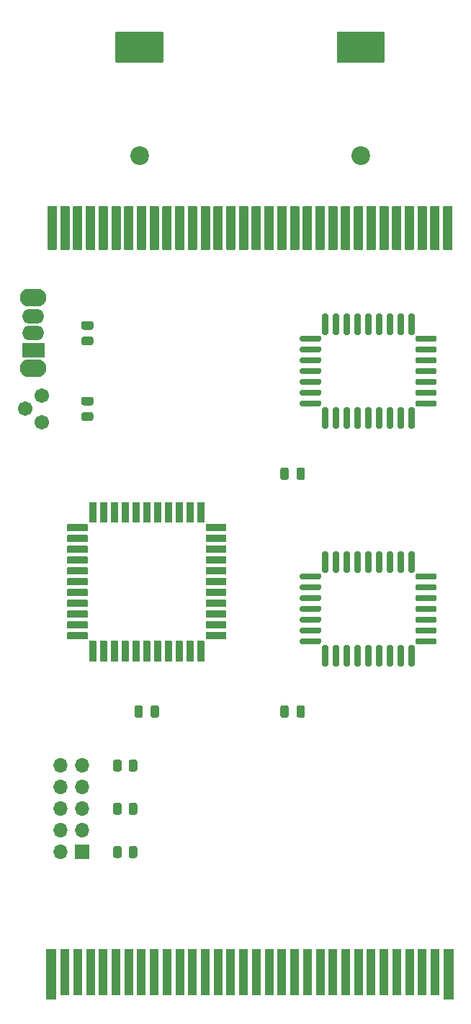
<source format=gts>
%TF.GenerationSoftware,KiCad,Pcbnew,(5.1.10-1-10_14)*%
%TF.CreationDate,2023-03-15T03:50:06+08:00*%
%TF.ProjectId,GB_MemoryBackup_Mainboard,47425f4d-656d-46f7-9279-4261636b7570,1.0*%
%TF.SameCoordinates,Original*%
%TF.FileFunction,Soldermask,Top*%
%TF.FilePolarity,Negative*%
%FSLAX46Y46*%
G04 Gerber Fmt 4.6, Leading zero omitted, Abs format (unit mm)*
G04 Created by KiCad (PCBNEW (5.1.10-1-10_14)) date 2023-03-15 03:50:06*
%MOMM*%
%LPD*%
G01*
G04 APERTURE LIST*
%ADD10C,1.702000*%
%ADD11R,1.300000X6.000000*%
%ADD12R,1.000000X5.500000*%
%ADD13O,3.102000X2.102000*%
%ADD14O,2.602000X1.702000*%
%ADD15R,1.700000X1.700000*%
%ADD16O,1.700000X1.700000*%
%ADD17C,2.200000*%
G04 APERTURE END LIST*
D10*
%TO.C,SW2*%
X63160000Y-85090000D03*
X65110000Y-83541000D03*
X65110000Y-86639000D03*
%TD*%
D11*
%TO.C,J1*%
X113000000Y-151500000D03*
D12*
X111350000Y-151250000D03*
X109850000Y-151250000D03*
X108350000Y-151250000D03*
X106850000Y-151250000D03*
X105350000Y-151250000D03*
X103850000Y-151250000D03*
X102350000Y-151250000D03*
X100850000Y-151250000D03*
X99350000Y-151250000D03*
X97850000Y-151250000D03*
X96350000Y-151250000D03*
X94850000Y-151250000D03*
X93350000Y-151250000D03*
X91850000Y-151250000D03*
X90350000Y-151250000D03*
X88850000Y-151250000D03*
X87350000Y-151250000D03*
X85850000Y-151250000D03*
X84350000Y-151250000D03*
X82850000Y-151250000D03*
X81350000Y-151250000D03*
X79850000Y-151250000D03*
X78350000Y-151250000D03*
X76850000Y-151250000D03*
X75350000Y-151250000D03*
X73850000Y-151250000D03*
X72350000Y-151250000D03*
X70850000Y-151250000D03*
X69350000Y-151250000D03*
X67850000Y-151250000D03*
D11*
X66200000Y-151500000D03*
%TD*%
%TO.C,U2*%
G36*
G01*
X97782500Y-79736000D02*
X95641500Y-79736000D01*
G75*
G02*
X95461000Y-79555500I0J180500D01*
G01*
X95461000Y-79194500D01*
G75*
G02*
X95641500Y-79014000I180500J0D01*
G01*
X97782500Y-79014000D01*
G75*
G02*
X97963000Y-79194500I0J-180500D01*
G01*
X97963000Y-79555500D01*
G75*
G02*
X97782500Y-79736000I-180500J0D01*
G01*
G37*
G36*
G01*
X97782500Y-78466000D02*
X95641500Y-78466000D01*
G75*
G02*
X95461000Y-78285500I0J180500D01*
G01*
X95461000Y-77924500D01*
G75*
G02*
X95641500Y-77744000I180500J0D01*
G01*
X97782500Y-77744000D01*
G75*
G02*
X97963000Y-77924500I0J-180500D01*
G01*
X97963000Y-78285500D01*
G75*
G02*
X97782500Y-78466000I-180500J0D01*
G01*
G37*
G36*
G01*
X97782500Y-77196000D02*
X95641500Y-77196000D01*
G75*
G02*
X95461000Y-77015500I0J180500D01*
G01*
X95461000Y-76654500D01*
G75*
G02*
X95641500Y-76474000I180500J0D01*
G01*
X97782500Y-76474000D01*
G75*
G02*
X97963000Y-76654500I0J-180500D01*
G01*
X97963000Y-77015500D01*
G75*
G02*
X97782500Y-77196000I-180500J0D01*
G01*
G37*
G36*
G01*
X98605500Y-76393000D02*
X98244500Y-76393000D01*
G75*
G02*
X98064000Y-76212500I0J180500D01*
G01*
X98064000Y-74071500D01*
G75*
G02*
X98244500Y-73891000I180500J0D01*
G01*
X98605500Y-73891000D01*
G75*
G02*
X98786000Y-74071500I0J-180500D01*
G01*
X98786000Y-76212500D01*
G75*
G02*
X98605500Y-76393000I-180500J0D01*
G01*
G37*
G36*
G01*
X99875500Y-76393000D02*
X99514500Y-76393000D01*
G75*
G02*
X99334000Y-76212500I0J180500D01*
G01*
X99334000Y-74071500D01*
G75*
G02*
X99514500Y-73891000I180500J0D01*
G01*
X99875500Y-73891000D01*
G75*
G02*
X100056000Y-74071500I0J-180500D01*
G01*
X100056000Y-76212500D01*
G75*
G02*
X99875500Y-76393000I-180500J0D01*
G01*
G37*
G36*
G01*
X101145500Y-76393000D02*
X100784500Y-76393000D01*
G75*
G02*
X100604000Y-76212500I0J180500D01*
G01*
X100604000Y-74071500D01*
G75*
G02*
X100784500Y-73891000I180500J0D01*
G01*
X101145500Y-73891000D01*
G75*
G02*
X101326000Y-74071500I0J-180500D01*
G01*
X101326000Y-76212500D01*
G75*
G02*
X101145500Y-76393000I-180500J0D01*
G01*
G37*
G36*
G01*
X102415500Y-76393000D02*
X102054500Y-76393000D01*
G75*
G02*
X101874000Y-76212500I0J180500D01*
G01*
X101874000Y-74071500D01*
G75*
G02*
X102054500Y-73891000I180500J0D01*
G01*
X102415500Y-73891000D01*
G75*
G02*
X102596000Y-74071500I0J-180500D01*
G01*
X102596000Y-76212500D01*
G75*
G02*
X102415500Y-76393000I-180500J0D01*
G01*
G37*
G36*
G01*
X103685500Y-76393000D02*
X103324500Y-76393000D01*
G75*
G02*
X103144000Y-76212500I0J180500D01*
G01*
X103144000Y-74071500D01*
G75*
G02*
X103324500Y-73891000I180500J0D01*
G01*
X103685500Y-73891000D01*
G75*
G02*
X103866000Y-74071500I0J-180500D01*
G01*
X103866000Y-76212500D01*
G75*
G02*
X103685500Y-76393000I-180500J0D01*
G01*
G37*
G36*
G01*
X104955500Y-76393000D02*
X104594500Y-76393000D01*
G75*
G02*
X104414000Y-76212500I0J180500D01*
G01*
X104414000Y-74071500D01*
G75*
G02*
X104594500Y-73891000I180500J0D01*
G01*
X104955500Y-73891000D01*
G75*
G02*
X105136000Y-74071500I0J-180500D01*
G01*
X105136000Y-76212500D01*
G75*
G02*
X104955500Y-76393000I-180500J0D01*
G01*
G37*
G36*
G01*
X106225500Y-76393000D02*
X105864500Y-76393000D01*
G75*
G02*
X105684000Y-76212500I0J180500D01*
G01*
X105684000Y-74071500D01*
G75*
G02*
X105864500Y-73891000I180500J0D01*
G01*
X106225500Y-73891000D01*
G75*
G02*
X106406000Y-74071500I0J-180500D01*
G01*
X106406000Y-76212500D01*
G75*
G02*
X106225500Y-76393000I-180500J0D01*
G01*
G37*
G36*
G01*
X107495500Y-76393000D02*
X107134500Y-76393000D01*
G75*
G02*
X106954000Y-76212500I0J180500D01*
G01*
X106954000Y-74071500D01*
G75*
G02*
X107134500Y-73891000I180500J0D01*
G01*
X107495500Y-73891000D01*
G75*
G02*
X107676000Y-74071500I0J-180500D01*
G01*
X107676000Y-76212500D01*
G75*
G02*
X107495500Y-76393000I-180500J0D01*
G01*
G37*
G36*
G01*
X108765500Y-76393000D02*
X108404500Y-76393000D01*
G75*
G02*
X108224000Y-76212500I0J180500D01*
G01*
X108224000Y-74071500D01*
G75*
G02*
X108404500Y-73891000I180500J0D01*
G01*
X108765500Y-73891000D01*
G75*
G02*
X108946000Y-74071500I0J-180500D01*
G01*
X108946000Y-76212500D01*
G75*
G02*
X108765500Y-76393000I-180500J0D01*
G01*
G37*
G36*
G01*
X111368500Y-77196000D02*
X109227500Y-77196000D01*
G75*
G02*
X109047000Y-77015500I0J180500D01*
G01*
X109047000Y-76654500D01*
G75*
G02*
X109227500Y-76474000I180500J0D01*
G01*
X111368500Y-76474000D01*
G75*
G02*
X111549000Y-76654500I0J-180500D01*
G01*
X111549000Y-77015500D01*
G75*
G02*
X111368500Y-77196000I-180500J0D01*
G01*
G37*
G36*
G01*
X111368500Y-78466000D02*
X109227500Y-78466000D01*
G75*
G02*
X109047000Y-78285500I0J180500D01*
G01*
X109047000Y-77924500D01*
G75*
G02*
X109227500Y-77744000I180500J0D01*
G01*
X111368500Y-77744000D01*
G75*
G02*
X111549000Y-77924500I0J-180500D01*
G01*
X111549000Y-78285500D01*
G75*
G02*
X111368500Y-78466000I-180500J0D01*
G01*
G37*
G36*
G01*
X111368500Y-79736000D02*
X109227500Y-79736000D01*
G75*
G02*
X109047000Y-79555500I0J180500D01*
G01*
X109047000Y-79194500D01*
G75*
G02*
X109227500Y-79014000I180500J0D01*
G01*
X111368500Y-79014000D01*
G75*
G02*
X111549000Y-79194500I0J-180500D01*
G01*
X111549000Y-79555500D01*
G75*
G02*
X111368500Y-79736000I-180500J0D01*
G01*
G37*
G36*
G01*
X111368500Y-81006000D02*
X109227500Y-81006000D01*
G75*
G02*
X109047000Y-80825500I0J180500D01*
G01*
X109047000Y-80464500D01*
G75*
G02*
X109227500Y-80284000I180500J0D01*
G01*
X111368500Y-80284000D01*
G75*
G02*
X111549000Y-80464500I0J-180500D01*
G01*
X111549000Y-80825500D01*
G75*
G02*
X111368500Y-81006000I-180500J0D01*
G01*
G37*
G36*
G01*
X111368500Y-82276000D02*
X109227500Y-82276000D01*
G75*
G02*
X109047000Y-82095500I0J180500D01*
G01*
X109047000Y-81734500D01*
G75*
G02*
X109227500Y-81554000I180500J0D01*
G01*
X111368500Y-81554000D01*
G75*
G02*
X111549000Y-81734500I0J-180500D01*
G01*
X111549000Y-82095500D01*
G75*
G02*
X111368500Y-82276000I-180500J0D01*
G01*
G37*
G36*
G01*
X111368500Y-83546000D02*
X109227500Y-83546000D01*
G75*
G02*
X109047000Y-83365500I0J180500D01*
G01*
X109047000Y-83004500D01*
G75*
G02*
X109227500Y-82824000I180500J0D01*
G01*
X111368500Y-82824000D01*
G75*
G02*
X111549000Y-83004500I0J-180500D01*
G01*
X111549000Y-83365500D01*
G75*
G02*
X111368500Y-83546000I-180500J0D01*
G01*
G37*
G36*
G01*
X111368500Y-84816000D02*
X109227500Y-84816000D01*
G75*
G02*
X109047000Y-84635500I0J180500D01*
G01*
X109047000Y-84274500D01*
G75*
G02*
X109227500Y-84094000I180500J0D01*
G01*
X111368500Y-84094000D01*
G75*
G02*
X111549000Y-84274500I0J-180500D01*
G01*
X111549000Y-84635500D01*
G75*
G02*
X111368500Y-84816000I-180500J0D01*
G01*
G37*
G36*
G01*
X108765500Y-87399000D02*
X108404500Y-87399000D01*
G75*
G02*
X108224000Y-87218500I0J180500D01*
G01*
X108224000Y-85077500D01*
G75*
G02*
X108404500Y-84897000I180500J0D01*
G01*
X108765500Y-84897000D01*
G75*
G02*
X108946000Y-85077500I0J-180500D01*
G01*
X108946000Y-87218500D01*
G75*
G02*
X108765500Y-87399000I-180500J0D01*
G01*
G37*
G36*
G01*
X107495500Y-87399000D02*
X107134500Y-87399000D01*
G75*
G02*
X106954000Y-87218500I0J180500D01*
G01*
X106954000Y-85077500D01*
G75*
G02*
X107134500Y-84897000I180500J0D01*
G01*
X107495500Y-84897000D01*
G75*
G02*
X107676000Y-85077500I0J-180500D01*
G01*
X107676000Y-87218500D01*
G75*
G02*
X107495500Y-87399000I-180500J0D01*
G01*
G37*
G36*
G01*
X106225500Y-87399000D02*
X105864500Y-87399000D01*
G75*
G02*
X105684000Y-87218500I0J180500D01*
G01*
X105684000Y-85077500D01*
G75*
G02*
X105864500Y-84897000I180500J0D01*
G01*
X106225500Y-84897000D01*
G75*
G02*
X106406000Y-85077500I0J-180500D01*
G01*
X106406000Y-87218500D01*
G75*
G02*
X106225500Y-87399000I-180500J0D01*
G01*
G37*
G36*
G01*
X104955500Y-87399000D02*
X104594500Y-87399000D01*
G75*
G02*
X104414000Y-87218500I0J180500D01*
G01*
X104414000Y-85077500D01*
G75*
G02*
X104594500Y-84897000I180500J0D01*
G01*
X104955500Y-84897000D01*
G75*
G02*
X105136000Y-85077500I0J-180500D01*
G01*
X105136000Y-87218500D01*
G75*
G02*
X104955500Y-87399000I-180500J0D01*
G01*
G37*
G36*
G01*
X103685500Y-87399000D02*
X103324500Y-87399000D01*
G75*
G02*
X103144000Y-87218500I0J180500D01*
G01*
X103144000Y-85077500D01*
G75*
G02*
X103324500Y-84897000I180500J0D01*
G01*
X103685500Y-84897000D01*
G75*
G02*
X103866000Y-85077500I0J-180500D01*
G01*
X103866000Y-87218500D01*
G75*
G02*
X103685500Y-87399000I-180500J0D01*
G01*
G37*
G36*
G01*
X102415500Y-87399000D02*
X102054500Y-87399000D01*
G75*
G02*
X101874000Y-87218500I0J180500D01*
G01*
X101874000Y-85077500D01*
G75*
G02*
X102054500Y-84897000I180500J0D01*
G01*
X102415500Y-84897000D01*
G75*
G02*
X102596000Y-85077500I0J-180500D01*
G01*
X102596000Y-87218500D01*
G75*
G02*
X102415500Y-87399000I-180500J0D01*
G01*
G37*
G36*
G01*
X101145500Y-87399000D02*
X100784500Y-87399000D01*
G75*
G02*
X100604000Y-87218500I0J180500D01*
G01*
X100604000Y-85077500D01*
G75*
G02*
X100784500Y-84897000I180500J0D01*
G01*
X101145500Y-84897000D01*
G75*
G02*
X101326000Y-85077500I0J-180500D01*
G01*
X101326000Y-87218500D01*
G75*
G02*
X101145500Y-87399000I-180500J0D01*
G01*
G37*
G36*
G01*
X99875500Y-87399000D02*
X99514500Y-87399000D01*
G75*
G02*
X99334000Y-87218500I0J180500D01*
G01*
X99334000Y-85077500D01*
G75*
G02*
X99514500Y-84897000I180500J0D01*
G01*
X99875500Y-84897000D01*
G75*
G02*
X100056000Y-85077500I0J-180500D01*
G01*
X100056000Y-87218500D01*
G75*
G02*
X99875500Y-87399000I-180500J0D01*
G01*
G37*
G36*
G01*
X98605500Y-87399000D02*
X98244500Y-87399000D01*
G75*
G02*
X98064000Y-87218500I0J180500D01*
G01*
X98064000Y-85077500D01*
G75*
G02*
X98244500Y-84897000I180500J0D01*
G01*
X98605500Y-84897000D01*
G75*
G02*
X98786000Y-85077500I0J-180500D01*
G01*
X98786000Y-87218500D01*
G75*
G02*
X98605500Y-87399000I-180500J0D01*
G01*
G37*
G36*
G01*
X97782500Y-84816000D02*
X95641500Y-84816000D01*
G75*
G02*
X95461000Y-84635500I0J180500D01*
G01*
X95461000Y-84274500D01*
G75*
G02*
X95641500Y-84094000I180500J0D01*
G01*
X97782500Y-84094000D01*
G75*
G02*
X97963000Y-84274500I0J-180500D01*
G01*
X97963000Y-84635500D01*
G75*
G02*
X97782500Y-84816000I-180500J0D01*
G01*
G37*
G36*
G01*
X97782500Y-83546000D02*
X95641500Y-83546000D01*
G75*
G02*
X95461000Y-83365500I0J180500D01*
G01*
X95461000Y-83004500D01*
G75*
G02*
X95641500Y-82824000I180500J0D01*
G01*
X97782500Y-82824000D01*
G75*
G02*
X97963000Y-83004500I0J-180500D01*
G01*
X97963000Y-83365500D01*
G75*
G02*
X97782500Y-83546000I-180500J0D01*
G01*
G37*
G36*
G01*
X97782500Y-82276000D02*
X95641500Y-82276000D01*
G75*
G02*
X95461000Y-82095500I0J180500D01*
G01*
X95461000Y-81734500D01*
G75*
G02*
X95641500Y-81554000I180500J0D01*
G01*
X97782500Y-81554000D01*
G75*
G02*
X97963000Y-81734500I0J-180500D01*
G01*
X97963000Y-82095500D01*
G75*
G02*
X97782500Y-82276000I-180500J0D01*
G01*
G37*
G36*
G01*
X97782500Y-81006000D02*
X95641500Y-81006000D01*
G75*
G02*
X95461000Y-80825500I0J180500D01*
G01*
X95461000Y-80464500D01*
G75*
G02*
X95641500Y-80284000I180500J0D01*
G01*
X97782500Y-80284000D01*
G75*
G02*
X97963000Y-80464500I0J-180500D01*
G01*
X97963000Y-80825500D01*
G75*
G02*
X97782500Y-81006000I-180500J0D01*
G01*
G37*
%TD*%
%TO.C,U1*%
G36*
G01*
X97782500Y-107676000D02*
X95641500Y-107676000D01*
G75*
G02*
X95461000Y-107495500I0J180500D01*
G01*
X95461000Y-107134500D01*
G75*
G02*
X95641500Y-106954000I180500J0D01*
G01*
X97782500Y-106954000D01*
G75*
G02*
X97963000Y-107134500I0J-180500D01*
G01*
X97963000Y-107495500D01*
G75*
G02*
X97782500Y-107676000I-180500J0D01*
G01*
G37*
G36*
G01*
X97782500Y-106406000D02*
X95641500Y-106406000D01*
G75*
G02*
X95461000Y-106225500I0J180500D01*
G01*
X95461000Y-105864500D01*
G75*
G02*
X95641500Y-105684000I180500J0D01*
G01*
X97782500Y-105684000D01*
G75*
G02*
X97963000Y-105864500I0J-180500D01*
G01*
X97963000Y-106225500D01*
G75*
G02*
X97782500Y-106406000I-180500J0D01*
G01*
G37*
G36*
G01*
X97782500Y-105136000D02*
X95641500Y-105136000D01*
G75*
G02*
X95461000Y-104955500I0J180500D01*
G01*
X95461000Y-104594500D01*
G75*
G02*
X95641500Y-104414000I180500J0D01*
G01*
X97782500Y-104414000D01*
G75*
G02*
X97963000Y-104594500I0J-180500D01*
G01*
X97963000Y-104955500D01*
G75*
G02*
X97782500Y-105136000I-180500J0D01*
G01*
G37*
G36*
G01*
X98605500Y-104333000D02*
X98244500Y-104333000D01*
G75*
G02*
X98064000Y-104152500I0J180500D01*
G01*
X98064000Y-102011500D01*
G75*
G02*
X98244500Y-101831000I180500J0D01*
G01*
X98605500Y-101831000D01*
G75*
G02*
X98786000Y-102011500I0J-180500D01*
G01*
X98786000Y-104152500D01*
G75*
G02*
X98605500Y-104333000I-180500J0D01*
G01*
G37*
G36*
G01*
X99875500Y-104333000D02*
X99514500Y-104333000D01*
G75*
G02*
X99334000Y-104152500I0J180500D01*
G01*
X99334000Y-102011500D01*
G75*
G02*
X99514500Y-101831000I180500J0D01*
G01*
X99875500Y-101831000D01*
G75*
G02*
X100056000Y-102011500I0J-180500D01*
G01*
X100056000Y-104152500D01*
G75*
G02*
X99875500Y-104333000I-180500J0D01*
G01*
G37*
G36*
G01*
X101145500Y-104333000D02*
X100784500Y-104333000D01*
G75*
G02*
X100604000Y-104152500I0J180500D01*
G01*
X100604000Y-102011500D01*
G75*
G02*
X100784500Y-101831000I180500J0D01*
G01*
X101145500Y-101831000D01*
G75*
G02*
X101326000Y-102011500I0J-180500D01*
G01*
X101326000Y-104152500D01*
G75*
G02*
X101145500Y-104333000I-180500J0D01*
G01*
G37*
G36*
G01*
X102415500Y-104333000D02*
X102054500Y-104333000D01*
G75*
G02*
X101874000Y-104152500I0J180500D01*
G01*
X101874000Y-102011500D01*
G75*
G02*
X102054500Y-101831000I180500J0D01*
G01*
X102415500Y-101831000D01*
G75*
G02*
X102596000Y-102011500I0J-180500D01*
G01*
X102596000Y-104152500D01*
G75*
G02*
X102415500Y-104333000I-180500J0D01*
G01*
G37*
G36*
G01*
X103685500Y-104333000D02*
X103324500Y-104333000D01*
G75*
G02*
X103144000Y-104152500I0J180500D01*
G01*
X103144000Y-102011500D01*
G75*
G02*
X103324500Y-101831000I180500J0D01*
G01*
X103685500Y-101831000D01*
G75*
G02*
X103866000Y-102011500I0J-180500D01*
G01*
X103866000Y-104152500D01*
G75*
G02*
X103685500Y-104333000I-180500J0D01*
G01*
G37*
G36*
G01*
X104955500Y-104333000D02*
X104594500Y-104333000D01*
G75*
G02*
X104414000Y-104152500I0J180500D01*
G01*
X104414000Y-102011500D01*
G75*
G02*
X104594500Y-101831000I180500J0D01*
G01*
X104955500Y-101831000D01*
G75*
G02*
X105136000Y-102011500I0J-180500D01*
G01*
X105136000Y-104152500D01*
G75*
G02*
X104955500Y-104333000I-180500J0D01*
G01*
G37*
G36*
G01*
X106225500Y-104333000D02*
X105864500Y-104333000D01*
G75*
G02*
X105684000Y-104152500I0J180500D01*
G01*
X105684000Y-102011500D01*
G75*
G02*
X105864500Y-101831000I180500J0D01*
G01*
X106225500Y-101831000D01*
G75*
G02*
X106406000Y-102011500I0J-180500D01*
G01*
X106406000Y-104152500D01*
G75*
G02*
X106225500Y-104333000I-180500J0D01*
G01*
G37*
G36*
G01*
X107495500Y-104333000D02*
X107134500Y-104333000D01*
G75*
G02*
X106954000Y-104152500I0J180500D01*
G01*
X106954000Y-102011500D01*
G75*
G02*
X107134500Y-101831000I180500J0D01*
G01*
X107495500Y-101831000D01*
G75*
G02*
X107676000Y-102011500I0J-180500D01*
G01*
X107676000Y-104152500D01*
G75*
G02*
X107495500Y-104333000I-180500J0D01*
G01*
G37*
G36*
G01*
X108765500Y-104333000D02*
X108404500Y-104333000D01*
G75*
G02*
X108224000Y-104152500I0J180500D01*
G01*
X108224000Y-102011500D01*
G75*
G02*
X108404500Y-101831000I180500J0D01*
G01*
X108765500Y-101831000D01*
G75*
G02*
X108946000Y-102011500I0J-180500D01*
G01*
X108946000Y-104152500D01*
G75*
G02*
X108765500Y-104333000I-180500J0D01*
G01*
G37*
G36*
G01*
X111368500Y-105136000D02*
X109227500Y-105136000D01*
G75*
G02*
X109047000Y-104955500I0J180500D01*
G01*
X109047000Y-104594500D01*
G75*
G02*
X109227500Y-104414000I180500J0D01*
G01*
X111368500Y-104414000D01*
G75*
G02*
X111549000Y-104594500I0J-180500D01*
G01*
X111549000Y-104955500D01*
G75*
G02*
X111368500Y-105136000I-180500J0D01*
G01*
G37*
G36*
G01*
X111368500Y-106406000D02*
X109227500Y-106406000D01*
G75*
G02*
X109047000Y-106225500I0J180500D01*
G01*
X109047000Y-105864500D01*
G75*
G02*
X109227500Y-105684000I180500J0D01*
G01*
X111368500Y-105684000D01*
G75*
G02*
X111549000Y-105864500I0J-180500D01*
G01*
X111549000Y-106225500D01*
G75*
G02*
X111368500Y-106406000I-180500J0D01*
G01*
G37*
G36*
G01*
X111368500Y-107676000D02*
X109227500Y-107676000D01*
G75*
G02*
X109047000Y-107495500I0J180500D01*
G01*
X109047000Y-107134500D01*
G75*
G02*
X109227500Y-106954000I180500J0D01*
G01*
X111368500Y-106954000D01*
G75*
G02*
X111549000Y-107134500I0J-180500D01*
G01*
X111549000Y-107495500D01*
G75*
G02*
X111368500Y-107676000I-180500J0D01*
G01*
G37*
G36*
G01*
X111368500Y-108946000D02*
X109227500Y-108946000D01*
G75*
G02*
X109047000Y-108765500I0J180500D01*
G01*
X109047000Y-108404500D01*
G75*
G02*
X109227500Y-108224000I180500J0D01*
G01*
X111368500Y-108224000D01*
G75*
G02*
X111549000Y-108404500I0J-180500D01*
G01*
X111549000Y-108765500D01*
G75*
G02*
X111368500Y-108946000I-180500J0D01*
G01*
G37*
G36*
G01*
X111368500Y-110216000D02*
X109227500Y-110216000D01*
G75*
G02*
X109047000Y-110035500I0J180500D01*
G01*
X109047000Y-109674500D01*
G75*
G02*
X109227500Y-109494000I180500J0D01*
G01*
X111368500Y-109494000D01*
G75*
G02*
X111549000Y-109674500I0J-180500D01*
G01*
X111549000Y-110035500D01*
G75*
G02*
X111368500Y-110216000I-180500J0D01*
G01*
G37*
G36*
G01*
X111368500Y-111486000D02*
X109227500Y-111486000D01*
G75*
G02*
X109047000Y-111305500I0J180500D01*
G01*
X109047000Y-110944500D01*
G75*
G02*
X109227500Y-110764000I180500J0D01*
G01*
X111368500Y-110764000D01*
G75*
G02*
X111549000Y-110944500I0J-180500D01*
G01*
X111549000Y-111305500D01*
G75*
G02*
X111368500Y-111486000I-180500J0D01*
G01*
G37*
G36*
G01*
X111368500Y-112756000D02*
X109227500Y-112756000D01*
G75*
G02*
X109047000Y-112575500I0J180500D01*
G01*
X109047000Y-112214500D01*
G75*
G02*
X109227500Y-112034000I180500J0D01*
G01*
X111368500Y-112034000D01*
G75*
G02*
X111549000Y-112214500I0J-180500D01*
G01*
X111549000Y-112575500D01*
G75*
G02*
X111368500Y-112756000I-180500J0D01*
G01*
G37*
G36*
G01*
X108765500Y-115339000D02*
X108404500Y-115339000D01*
G75*
G02*
X108224000Y-115158500I0J180500D01*
G01*
X108224000Y-113017500D01*
G75*
G02*
X108404500Y-112837000I180500J0D01*
G01*
X108765500Y-112837000D01*
G75*
G02*
X108946000Y-113017500I0J-180500D01*
G01*
X108946000Y-115158500D01*
G75*
G02*
X108765500Y-115339000I-180500J0D01*
G01*
G37*
G36*
G01*
X107495500Y-115339000D02*
X107134500Y-115339000D01*
G75*
G02*
X106954000Y-115158500I0J180500D01*
G01*
X106954000Y-113017500D01*
G75*
G02*
X107134500Y-112837000I180500J0D01*
G01*
X107495500Y-112837000D01*
G75*
G02*
X107676000Y-113017500I0J-180500D01*
G01*
X107676000Y-115158500D01*
G75*
G02*
X107495500Y-115339000I-180500J0D01*
G01*
G37*
G36*
G01*
X106225500Y-115339000D02*
X105864500Y-115339000D01*
G75*
G02*
X105684000Y-115158500I0J180500D01*
G01*
X105684000Y-113017500D01*
G75*
G02*
X105864500Y-112837000I180500J0D01*
G01*
X106225500Y-112837000D01*
G75*
G02*
X106406000Y-113017500I0J-180500D01*
G01*
X106406000Y-115158500D01*
G75*
G02*
X106225500Y-115339000I-180500J0D01*
G01*
G37*
G36*
G01*
X104955500Y-115339000D02*
X104594500Y-115339000D01*
G75*
G02*
X104414000Y-115158500I0J180500D01*
G01*
X104414000Y-113017500D01*
G75*
G02*
X104594500Y-112837000I180500J0D01*
G01*
X104955500Y-112837000D01*
G75*
G02*
X105136000Y-113017500I0J-180500D01*
G01*
X105136000Y-115158500D01*
G75*
G02*
X104955500Y-115339000I-180500J0D01*
G01*
G37*
G36*
G01*
X103685500Y-115339000D02*
X103324500Y-115339000D01*
G75*
G02*
X103144000Y-115158500I0J180500D01*
G01*
X103144000Y-113017500D01*
G75*
G02*
X103324500Y-112837000I180500J0D01*
G01*
X103685500Y-112837000D01*
G75*
G02*
X103866000Y-113017500I0J-180500D01*
G01*
X103866000Y-115158500D01*
G75*
G02*
X103685500Y-115339000I-180500J0D01*
G01*
G37*
G36*
G01*
X102415500Y-115339000D02*
X102054500Y-115339000D01*
G75*
G02*
X101874000Y-115158500I0J180500D01*
G01*
X101874000Y-113017500D01*
G75*
G02*
X102054500Y-112837000I180500J0D01*
G01*
X102415500Y-112837000D01*
G75*
G02*
X102596000Y-113017500I0J-180500D01*
G01*
X102596000Y-115158500D01*
G75*
G02*
X102415500Y-115339000I-180500J0D01*
G01*
G37*
G36*
G01*
X101145500Y-115339000D02*
X100784500Y-115339000D01*
G75*
G02*
X100604000Y-115158500I0J180500D01*
G01*
X100604000Y-113017500D01*
G75*
G02*
X100784500Y-112837000I180500J0D01*
G01*
X101145500Y-112837000D01*
G75*
G02*
X101326000Y-113017500I0J-180500D01*
G01*
X101326000Y-115158500D01*
G75*
G02*
X101145500Y-115339000I-180500J0D01*
G01*
G37*
G36*
G01*
X99875500Y-115339000D02*
X99514500Y-115339000D01*
G75*
G02*
X99334000Y-115158500I0J180500D01*
G01*
X99334000Y-113017500D01*
G75*
G02*
X99514500Y-112837000I180500J0D01*
G01*
X99875500Y-112837000D01*
G75*
G02*
X100056000Y-113017500I0J-180500D01*
G01*
X100056000Y-115158500D01*
G75*
G02*
X99875500Y-115339000I-180500J0D01*
G01*
G37*
G36*
G01*
X98605500Y-115339000D02*
X98244500Y-115339000D01*
G75*
G02*
X98064000Y-115158500I0J180500D01*
G01*
X98064000Y-113017500D01*
G75*
G02*
X98244500Y-112837000I180500J0D01*
G01*
X98605500Y-112837000D01*
G75*
G02*
X98786000Y-113017500I0J-180500D01*
G01*
X98786000Y-115158500D01*
G75*
G02*
X98605500Y-115339000I-180500J0D01*
G01*
G37*
G36*
G01*
X97782500Y-112756000D02*
X95641500Y-112756000D01*
G75*
G02*
X95461000Y-112575500I0J180500D01*
G01*
X95461000Y-112214500D01*
G75*
G02*
X95641500Y-112034000I180500J0D01*
G01*
X97782500Y-112034000D01*
G75*
G02*
X97963000Y-112214500I0J-180500D01*
G01*
X97963000Y-112575500D01*
G75*
G02*
X97782500Y-112756000I-180500J0D01*
G01*
G37*
G36*
G01*
X97782500Y-111486000D02*
X95641500Y-111486000D01*
G75*
G02*
X95461000Y-111305500I0J180500D01*
G01*
X95461000Y-110944500D01*
G75*
G02*
X95641500Y-110764000I180500J0D01*
G01*
X97782500Y-110764000D01*
G75*
G02*
X97963000Y-110944500I0J-180500D01*
G01*
X97963000Y-111305500D01*
G75*
G02*
X97782500Y-111486000I-180500J0D01*
G01*
G37*
G36*
G01*
X97782500Y-110216000D02*
X95641500Y-110216000D01*
G75*
G02*
X95461000Y-110035500I0J180500D01*
G01*
X95461000Y-109674500D01*
G75*
G02*
X95641500Y-109494000I180500J0D01*
G01*
X97782500Y-109494000D01*
G75*
G02*
X97963000Y-109674500I0J-180500D01*
G01*
X97963000Y-110035500D01*
G75*
G02*
X97782500Y-110216000I-180500J0D01*
G01*
G37*
G36*
G01*
X97782500Y-108946000D02*
X95641500Y-108946000D01*
G75*
G02*
X95461000Y-108765500I0J180500D01*
G01*
X95461000Y-108404500D01*
G75*
G02*
X95641500Y-108224000I180500J0D01*
G01*
X97782500Y-108224000D01*
G75*
G02*
X97963000Y-108404500I0J-180500D01*
G01*
X97963000Y-108765500D01*
G75*
G02*
X97782500Y-108946000I-180500J0D01*
G01*
G37*
%TD*%
%TO.C,U3*%
G36*
G01*
X71500000Y-98460000D02*
X70740000Y-98460000D01*
G75*
G02*
X70690000Y-98410000I0J50000D01*
G01*
X70690000Y-96110000D01*
G75*
G02*
X70740000Y-96060000I50000J0D01*
G01*
X71500000Y-96060000D01*
G75*
G02*
X71550000Y-96110000I0J-50000D01*
G01*
X71550000Y-98410000D01*
G75*
G02*
X71500000Y-98460000I-50000J0D01*
G01*
G37*
G36*
G01*
X72770000Y-98460000D02*
X72010000Y-98460000D01*
G75*
G02*
X71960000Y-98410000I0J50000D01*
G01*
X71960000Y-96110000D01*
G75*
G02*
X72010000Y-96060000I50000J0D01*
G01*
X72770000Y-96060000D01*
G75*
G02*
X72820000Y-96110000I0J-50000D01*
G01*
X72820000Y-98410000D01*
G75*
G02*
X72770000Y-98460000I-50000J0D01*
G01*
G37*
G36*
G01*
X74040000Y-98460000D02*
X73280000Y-98460000D01*
G75*
G02*
X73230000Y-98410000I0J50000D01*
G01*
X73230000Y-96110000D01*
G75*
G02*
X73280000Y-96060000I50000J0D01*
G01*
X74040000Y-96060000D01*
G75*
G02*
X74090000Y-96110000I0J-50000D01*
G01*
X74090000Y-98410000D01*
G75*
G02*
X74040000Y-98460000I-50000J0D01*
G01*
G37*
G36*
G01*
X75310000Y-98460000D02*
X74550000Y-98460000D01*
G75*
G02*
X74500000Y-98410000I0J50000D01*
G01*
X74500000Y-96110000D01*
G75*
G02*
X74550000Y-96060000I50000J0D01*
G01*
X75310000Y-96060000D01*
G75*
G02*
X75360000Y-96110000I0J-50000D01*
G01*
X75360000Y-98410000D01*
G75*
G02*
X75310000Y-98460000I-50000J0D01*
G01*
G37*
G36*
G01*
X76580000Y-98460000D02*
X75820000Y-98460000D01*
G75*
G02*
X75770000Y-98410000I0J50000D01*
G01*
X75770000Y-96110000D01*
G75*
G02*
X75820000Y-96060000I50000J0D01*
G01*
X76580000Y-96060000D01*
G75*
G02*
X76630000Y-96110000I0J-50000D01*
G01*
X76630000Y-98410000D01*
G75*
G02*
X76580000Y-98460000I-50000J0D01*
G01*
G37*
G36*
G01*
X77850000Y-98460000D02*
X77090000Y-98460000D01*
G75*
G02*
X77040000Y-98410000I0J50000D01*
G01*
X77040000Y-96110000D01*
G75*
G02*
X77090000Y-96060000I50000J0D01*
G01*
X77850000Y-96060000D01*
G75*
G02*
X77900000Y-96110000I0J-50000D01*
G01*
X77900000Y-98410000D01*
G75*
G02*
X77850000Y-98460000I-50000J0D01*
G01*
G37*
G36*
G01*
X79120000Y-98460000D02*
X78360000Y-98460000D01*
G75*
G02*
X78310000Y-98410000I0J50000D01*
G01*
X78310000Y-96110000D01*
G75*
G02*
X78360000Y-96060000I50000J0D01*
G01*
X79120000Y-96060000D01*
G75*
G02*
X79170000Y-96110000I0J-50000D01*
G01*
X79170000Y-98410000D01*
G75*
G02*
X79120000Y-98460000I-50000J0D01*
G01*
G37*
G36*
G01*
X80390000Y-98460000D02*
X79630000Y-98460000D01*
G75*
G02*
X79580000Y-98410000I0J50000D01*
G01*
X79580000Y-96110000D01*
G75*
G02*
X79630000Y-96060000I50000J0D01*
G01*
X80390000Y-96060000D01*
G75*
G02*
X80440000Y-96110000I0J-50000D01*
G01*
X80440000Y-98410000D01*
G75*
G02*
X80390000Y-98460000I-50000J0D01*
G01*
G37*
G36*
G01*
X81660000Y-98460000D02*
X80900000Y-98460000D01*
G75*
G02*
X80850000Y-98410000I0J50000D01*
G01*
X80850000Y-96110000D01*
G75*
G02*
X80900000Y-96060000I50000J0D01*
G01*
X81660000Y-96060000D01*
G75*
G02*
X81710000Y-96110000I0J-50000D01*
G01*
X81710000Y-98410000D01*
G75*
G02*
X81660000Y-98460000I-50000J0D01*
G01*
G37*
G36*
G01*
X82930000Y-98460000D02*
X82170000Y-98460000D01*
G75*
G02*
X82120000Y-98410000I0J50000D01*
G01*
X82120000Y-96110000D01*
G75*
G02*
X82170000Y-96060000I50000J0D01*
G01*
X82930000Y-96060000D01*
G75*
G02*
X82980000Y-96110000I0J-50000D01*
G01*
X82980000Y-98410000D01*
G75*
G02*
X82930000Y-98460000I-50000J0D01*
G01*
G37*
G36*
G01*
X84200000Y-98460000D02*
X83440000Y-98460000D01*
G75*
G02*
X83390000Y-98410000I0J50000D01*
G01*
X83390000Y-96110000D01*
G75*
G02*
X83440000Y-96060000I50000J0D01*
G01*
X84200000Y-96060000D01*
G75*
G02*
X84250000Y-96110000I0J-50000D01*
G01*
X84250000Y-98410000D01*
G75*
G02*
X84200000Y-98460000I-50000J0D01*
G01*
G37*
G36*
G01*
X86770000Y-99490000D02*
X84470000Y-99490000D01*
G75*
G02*
X84420000Y-99440000I0J50000D01*
G01*
X84420000Y-98680000D01*
G75*
G02*
X84470000Y-98630000I50000J0D01*
G01*
X86770000Y-98630000D01*
G75*
G02*
X86820000Y-98680000I0J-50000D01*
G01*
X86820000Y-99440000D01*
G75*
G02*
X86770000Y-99490000I-50000J0D01*
G01*
G37*
G36*
G01*
X86770000Y-100760000D02*
X84470000Y-100760000D01*
G75*
G02*
X84420000Y-100710000I0J50000D01*
G01*
X84420000Y-99950000D01*
G75*
G02*
X84470000Y-99900000I50000J0D01*
G01*
X86770000Y-99900000D01*
G75*
G02*
X86820000Y-99950000I0J-50000D01*
G01*
X86820000Y-100710000D01*
G75*
G02*
X86770000Y-100760000I-50000J0D01*
G01*
G37*
G36*
G01*
X86770000Y-102030000D02*
X84470000Y-102030000D01*
G75*
G02*
X84420000Y-101980000I0J50000D01*
G01*
X84420000Y-101220000D01*
G75*
G02*
X84470000Y-101170000I50000J0D01*
G01*
X86770000Y-101170000D01*
G75*
G02*
X86820000Y-101220000I0J-50000D01*
G01*
X86820000Y-101980000D01*
G75*
G02*
X86770000Y-102030000I-50000J0D01*
G01*
G37*
G36*
G01*
X86770000Y-103300000D02*
X84470000Y-103300000D01*
G75*
G02*
X84420000Y-103250000I0J50000D01*
G01*
X84420000Y-102490000D01*
G75*
G02*
X84470000Y-102440000I50000J0D01*
G01*
X86770000Y-102440000D01*
G75*
G02*
X86820000Y-102490000I0J-50000D01*
G01*
X86820000Y-103250000D01*
G75*
G02*
X86770000Y-103300000I-50000J0D01*
G01*
G37*
G36*
G01*
X86770000Y-104570000D02*
X84470000Y-104570000D01*
G75*
G02*
X84420000Y-104520000I0J50000D01*
G01*
X84420000Y-103760000D01*
G75*
G02*
X84470000Y-103710000I50000J0D01*
G01*
X86770000Y-103710000D01*
G75*
G02*
X86820000Y-103760000I0J-50000D01*
G01*
X86820000Y-104520000D01*
G75*
G02*
X86770000Y-104570000I-50000J0D01*
G01*
G37*
G36*
G01*
X86770000Y-105840000D02*
X84470000Y-105840000D01*
G75*
G02*
X84420000Y-105790000I0J50000D01*
G01*
X84420000Y-105030000D01*
G75*
G02*
X84470000Y-104980000I50000J0D01*
G01*
X86770000Y-104980000D01*
G75*
G02*
X86820000Y-105030000I0J-50000D01*
G01*
X86820000Y-105790000D01*
G75*
G02*
X86770000Y-105840000I-50000J0D01*
G01*
G37*
G36*
G01*
X86770000Y-107110000D02*
X84470000Y-107110000D01*
G75*
G02*
X84420000Y-107060000I0J50000D01*
G01*
X84420000Y-106300000D01*
G75*
G02*
X84470000Y-106250000I50000J0D01*
G01*
X86770000Y-106250000D01*
G75*
G02*
X86820000Y-106300000I0J-50000D01*
G01*
X86820000Y-107060000D01*
G75*
G02*
X86770000Y-107110000I-50000J0D01*
G01*
G37*
G36*
G01*
X86770000Y-108380000D02*
X84470000Y-108380000D01*
G75*
G02*
X84420000Y-108330000I0J50000D01*
G01*
X84420000Y-107570000D01*
G75*
G02*
X84470000Y-107520000I50000J0D01*
G01*
X86770000Y-107520000D01*
G75*
G02*
X86820000Y-107570000I0J-50000D01*
G01*
X86820000Y-108330000D01*
G75*
G02*
X86770000Y-108380000I-50000J0D01*
G01*
G37*
G36*
G01*
X86770000Y-109650000D02*
X84470000Y-109650000D01*
G75*
G02*
X84420000Y-109600000I0J50000D01*
G01*
X84420000Y-108840000D01*
G75*
G02*
X84470000Y-108790000I50000J0D01*
G01*
X86770000Y-108790000D01*
G75*
G02*
X86820000Y-108840000I0J-50000D01*
G01*
X86820000Y-109600000D01*
G75*
G02*
X86770000Y-109650000I-50000J0D01*
G01*
G37*
G36*
G01*
X86770000Y-110920000D02*
X84470000Y-110920000D01*
G75*
G02*
X84420000Y-110870000I0J50000D01*
G01*
X84420000Y-110110000D01*
G75*
G02*
X84470000Y-110060000I50000J0D01*
G01*
X86770000Y-110060000D01*
G75*
G02*
X86820000Y-110110000I0J-50000D01*
G01*
X86820000Y-110870000D01*
G75*
G02*
X86770000Y-110920000I-50000J0D01*
G01*
G37*
G36*
G01*
X86770000Y-112190000D02*
X84470000Y-112190000D01*
G75*
G02*
X84420000Y-112140000I0J50000D01*
G01*
X84420000Y-111380000D01*
G75*
G02*
X84470000Y-111330000I50000J0D01*
G01*
X86770000Y-111330000D01*
G75*
G02*
X86820000Y-111380000I0J-50000D01*
G01*
X86820000Y-112140000D01*
G75*
G02*
X86770000Y-112190000I-50000J0D01*
G01*
G37*
G36*
G01*
X84200000Y-114760000D02*
X83440000Y-114760000D01*
G75*
G02*
X83390000Y-114710000I0J50000D01*
G01*
X83390000Y-112410000D01*
G75*
G02*
X83440000Y-112360000I50000J0D01*
G01*
X84200000Y-112360000D01*
G75*
G02*
X84250000Y-112410000I0J-50000D01*
G01*
X84250000Y-114710000D01*
G75*
G02*
X84200000Y-114760000I-50000J0D01*
G01*
G37*
G36*
G01*
X82930000Y-114760000D02*
X82170000Y-114760000D01*
G75*
G02*
X82120000Y-114710000I0J50000D01*
G01*
X82120000Y-112410000D01*
G75*
G02*
X82170000Y-112360000I50000J0D01*
G01*
X82930000Y-112360000D01*
G75*
G02*
X82980000Y-112410000I0J-50000D01*
G01*
X82980000Y-114710000D01*
G75*
G02*
X82930000Y-114760000I-50000J0D01*
G01*
G37*
G36*
G01*
X81660000Y-114760000D02*
X80900000Y-114760000D01*
G75*
G02*
X80850000Y-114710000I0J50000D01*
G01*
X80850000Y-112410000D01*
G75*
G02*
X80900000Y-112360000I50000J0D01*
G01*
X81660000Y-112360000D01*
G75*
G02*
X81710000Y-112410000I0J-50000D01*
G01*
X81710000Y-114710000D01*
G75*
G02*
X81660000Y-114760000I-50000J0D01*
G01*
G37*
G36*
G01*
X80390000Y-114760000D02*
X79630000Y-114760000D01*
G75*
G02*
X79580000Y-114710000I0J50000D01*
G01*
X79580000Y-112410000D01*
G75*
G02*
X79630000Y-112360000I50000J0D01*
G01*
X80390000Y-112360000D01*
G75*
G02*
X80440000Y-112410000I0J-50000D01*
G01*
X80440000Y-114710000D01*
G75*
G02*
X80390000Y-114760000I-50000J0D01*
G01*
G37*
G36*
G01*
X79120000Y-114760000D02*
X78360000Y-114760000D01*
G75*
G02*
X78310000Y-114710000I0J50000D01*
G01*
X78310000Y-112410000D01*
G75*
G02*
X78360000Y-112360000I50000J0D01*
G01*
X79120000Y-112360000D01*
G75*
G02*
X79170000Y-112410000I0J-50000D01*
G01*
X79170000Y-114710000D01*
G75*
G02*
X79120000Y-114760000I-50000J0D01*
G01*
G37*
G36*
G01*
X77850000Y-114760000D02*
X77090000Y-114760000D01*
G75*
G02*
X77040000Y-114710000I0J50000D01*
G01*
X77040000Y-112410000D01*
G75*
G02*
X77090000Y-112360000I50000J0D01*
G01*
X77850000Y-112360000D01*
G75*
G02*
X77900000Y-112410000I0J-50000D01*
G01*
X77900000Y-114710000D01*
G75*
G02*
X77850000Y-114760000I-50000J0D01*
G01*
G37*
G36*
G01*
X76580000Y-114760000D02*
X75820000Y-114760000D01*
G75*
G02*
X75770000Y-114710000I0J50000D01*
G01*
X75770000Y-112410000D01*
G75*
G02*
X75820000Y-112360000I50000J0D01*
G01*
X76580000Y-112360000D01*
G75*
G02*
X76630000Y-112410000I0J-50000D01*
G01*
X76630000Y-114710000D01*
G75*
G02*
X76580000Y-114760000I-50000J0D01*
G01*
G37*
G36*
G01*
X75310000Y-114760000D02*
X74550000Y-114760000D01*
G75*
G02*
X74500000Y-114710000I0J50000D01*
G01*
X74500000Y-112410000D01*
G75*
G02*
X74550000Y-112360000I50000J0D01*
G01*
X75310000Y-112360000D01*
G75*
G02*
X75360000Y-112410000I0J-50000D01*
G01*
X75360000Y-114710000D01*
G75*
G02*
X75310000Y-114760000I-50000J0D01*
G01*
G37*
G36*
G01*
X74040000Y-114760000D02*
X73280000Y-114760000D01*
G75*
G02*
X73230000Y-114710000I0J50000D01*
G01*
X73230000Y-112410000D01*
G75*
G02*
X73280000Y-112360000I50000J0D01*
G01*
X74040000Y-112360000D01*
G75*
G02*
X74090000Y-112410000I0J-50000D01*
G01*
X74090000Y-114710000D01*
G75*
G02*
X74040000Y-114760000I-50000J0D01*
G01*
G37*
G36*
G01*
X72770000Y-114760000D02*
X72010000Y-114760000D01*
G75*
G02*
X71960000Y-114710000I0J50000D01*
G01*
X71960000Y-112410000D01*
G75*
G02*
X72010000Y-112360000I50000J0D01*
G01*
X72770000Y-112360000D01*
G75*
G02*
X72820000Y-112410000I0J-50000D01*
G01*
X72820000Y-114710000D01*
G75*
G02*
X72770000Y-114760000I-50000J0D01*
G01*
G37*
G36*
G01*
X71500000Y-114760000D02*
X70740000Y-114760000D01*
G75*
G02*
X70690000Y-114710000I0J50000D01*
G01*
X70690000Y-112410000D01*
G75*
G02*
X70740000Y-112360000I50000J0D01*
G01*
X71500000Y-112360000D01*
G75*
G02*
X71550000Y-112410000I0J-50000D01*
G01*
X71550000Y-114710000D01*
G75*
G02*
X71500000Y-114760000I-50000J0D01*
G01*
G37*
G36*
G01*
X70470000Y-99490000D02*
X68170000Y-99490000D01*
G75*
G02*
X68120000Y-99440000I0J50000D01*
G01*
X68120000Y-98680000D01*
G75*
G02*
X68170000Y-98630000I50000J0D01*
G01*
X70470000Y-98630000D01*
G75*
G02*
X70520000Y-98680000I0J-50000D01*
G01*
X70520000Y-99440000D01*
G75*
G02*
X70470000Y-99490000I-50000J0D01*
G01*
G37*
G36*
G01*
X70470000Y-100760000D02*
X68170000Y-100760000D01*
G75*
G02*
X68120000Y-100710000I0J50000D01*
G01*
X68120000Y-99950000D01*
G75*
G02*
X68170000Y-99900000I50000J0D01*
G01*
X70470000Y-99900000D01*
G75*
G02*
X70520000Y-99950000I0J-50000D01*
G01*
X70520000Y-100710000D01*
G75*
G02*
X70470000Y-100760000I-50000J0D01*
G01*
G37*
G36*
G01*
X70470000Y-102030000D02*
X68170000Y-102030000D01*
G75*
G02*
X68120000Y-101980000I0J50000D01*
G01*
X68120000Y-101220000D01*
G75*
G02*
X68170000Y-101170000I50000J0D01*
G01*
X70470000Y-101170000D01*
G75*
G02*
X70520000Y-101220000I0J-50000D01*
G01*
X70520000Y-101980000D01*
G75*
G02*
X70470000Y-102030000I-50000J0D01*
G01*
G37*
G36*
G01*
X70470000Y-103300000D02*
X68170000Y-103300000D01*
G75*
G02*
X68120000Y-103250000I0J50000D01*
G01*
X68120000Y-102490000D01*
G75*
G02*
X68170000Y-102440000I50000J0D01*
G01*
X70470000Y-102440000D01*
G75*
G02*
X70520000Y-102490000I0J-50000D01*
G01*
X70520000Y-103250000D01*
G75*
G02*
X70470000Y-103300000I-50000J0D01*
G01*
G37*
G36*
G01*
X70470000Y-104570000D02*
X68170000Y-104570000D01*
G75*
G02*
X68120000Y-104520000I0J50000D01*
G01*
X68120000Y-103760000D01*
G75*
G02*
X68170000Y-103710000I50000J0D01*
G01*
X70470000Y-103710000D01*
G75*
G02*
X70520000Y-103760000I0J-50000D01*
G01*
X70520000Y-104520000D01*
G75*
G02*
X70470000Y-104570000I-50000J0D01*
G01*
G37*
G36*
G01*
X70470000Y-112190000D02*
X68170000Y-112190000D01*
G75*
G02*
X68120000Y-112140000I0J50000D01*
G01*
X68120000Y-111380000D01*
G75*
G02*
X68170000Y-111330000I50000J0D01*
G01*
X70470000Y-111330000D01*
G75*
G02*
X70520000Y-111380000I0J-50000D01*
G01*
X70520000Y-112140000D01*
G75*
G02*
X70470000Y-112190000I-50000J0D01*
G01*
G37*
G36*
G01*
X70470000Y-110920000D02*
X68170000Y-110920000D01*
G75*
G02*
X68120000Y-110870000I0J50000D01*
G01*
X68120000Y-110110000D01*
G75*
G02*
X68170000Y-110060000I50000J0D01*
G01*
X70470000Y-110060000D01*
G75*
G02*
X70520000Y-110110000I0J-50000D01*
G01*
X70520000Y-110870000D01*
G75*
G02*
X70470000Y-110920000I-50000J0D01*
G01*
G37*
G36*
G01*
X70470000Y-109650000D02*
X68170000Y-109650000D01*
G75*
G02*
X68120000Y-109600000I0J50000D01*
G01*
X68120000Y-108840000D01*
G75*
G02*
X68170000Y-108790000I50000J0D01*
G01*
X70470000Y-108790000D01*
G75*
G02*
X70520000Y-108840000I0J-50000D01*
G01*
X70520000Y-109600000D01*
G75*
G02*
X70470000Y-109650000I-50000J0D01*
G01*
G37*
G36*
G01*
X70470000Y-108380000D02*
X68170000Y-108380000D01*
G75*
G02*
X68120000Y-108330000I0J50000D01*
G01*
X68120000Y-107570000D01*
G75*
G02*
X68170000Y-107520000I50000J0D01*
G01*
X70470000Y-107520000D01*
G75*
G02*
X70520000Y-107570000I0J-50000D01*
G01*
X70520000Y-108330000D01*
G75*
G02*
X70470000Y-108380000I-50000J0D01*
G01*
G37*
G36*
G01*
X70470000Y-107110000D02*
X68170000Y-107110000D01*
G75*
G02*
X68120000Y-107060000I0J50000D01*
G01*
X68120000Y-106300000D01*
G75*
G02*
X68170000Y-106250000I50000J0D01*
G01*
X70470000Y-106250000D01*
G75*
G02*
X70520000Y-106300000I0J-50000D01*
G01*
X70520000Y-107060000D01*
G75*
G02*
X70470000Y-107110000I-50000J0D01*
G01*
G37*
G36*
G01*
X70470000Y-105840000D02*
X68170000Y-105840000D01*
G75*
G02*
X68120000Y-105790000I0J50000D01*
G01*
X68120000Y-105030000D01*
G75*
G02*
X68170000Y-104980000I50000J0D01*
G01*
X70470000Y-104980000D01*
G75*
G02*
X70520000Y-105030000I0J-50000D01*
G01*
X70520000Y-105790000D01*
G75*
G02*
X70470000Y-105840000I-50000J0D01*
G01*
G37*
%TD*%
D13*
%TO.C,SW1*%
X64135000Y-72050000D03*
X64135000Y-80350000D03*
D14*
X64135000Y-74200000D03*
X64135000Y-76200000D03*
G36*
G01*
X65385000Y-79051000D02*
X62885000Y-79051000D01*
G75*
G02*
X62834000Y-79000000I0J51000D01*
G01*
X62834000Y-77400000D01*
G75*
G02*
X62885000Y-77349000I51000J0D01*
G01*
X65385000Y-77349000D01*
G75*
G02*
X65436000Y-77400000I0J-51000D01*
G01*
X65436000Y-79000000D01*
G75*
G02*
X65385000Y-79051000I-51000J0D01*
G01*
G37*
%TD*%
%TO.C,R13*%
G36*
G01*
X75330000Y-137610001D02*
X75330000Y-136709999D01*
G75*
G02*
X75579999Y-136460000I249999J0D01*
G01*
X76105001Y-136460000D01*
G75*
G02*
X76355000Y-136709999I0J-249999D01*
G01*
X76355000Y-137610001D01*
G75*
G02*
X76105001Y-137860000I-249999J0D01*
G01*
X75579999Y-137860000D01*
G75*
G02*
X75330000Y-137610001I0J249999D01*
G01*
G37*
G36*
G01*
X73505000Y-137610001D02*
X73505000Y-136709999D01*
G75*
G02*
X73754999Y-136460000I249999J0D01*
G01*
X74280001Y-136460000D01*
G75*
G02*
X74530000Y-136709999I0J-249999D01*
G01*
X74530000Y-137610001D01*
G75*
G02*
X74280001Y-137860000I-249999J0D01*
G01*
X73754999Y-137860000D01*
G75*
G02*
X73505000Y-137610001I0J249999D01*
G01*
G37*
%TD*%
%TO.C,R12*%
G36*
G01*
X75330000Y-127450001D02*
X75330000Y-126549999D01*
G75*
G02*
X75579999Y-126300000I249999J0D01*
G01*
X76105001Y-126300000D01*
G75*
G02*
X76355000Y-126549999I0J-249999D01*
G01*
X76355000Y-127450001D01*
G75*
G02*
X76105001Y-127700000I-249999J0D01*
G01*
X75579999Y-127700000D01*
G75*
G02*
X75330000Y-127450001I0J249999D01*
G01*
G37*
G36*
G01*
X73505000Y-127450001D02*
X73505000Y-126549999D01*
G75*
G02*
X73754999Y-126300000I249999J0D01*
G01*
X74280001Y-126300000D01*
G75*
G02*
X74530000Y-126549999I0J-249999D01*
G01*
X74530000Y-127450001D01*
G75*
G02*
X74280001Y-127700000I-249999J0D01*
G01*
X73754999Y-127700000D01*
G75*
G02*
X73505000Y-127450001I0J249999D01*
G01*
G37*
%TD*%
%TO.C,R11*%
G36*
G01*
X75330000Y-132530001D02*
X75330000Y-131629999D01*
G75*
G02*
X75579999Y-131380000I249999J0D01*
G01*
X76105001Y-131380000D01*
G75*
G02*
X76355000Y-131629999I0J-249999D01*
G01*
X76355000Y-132530001D01*
G75*
G02*
X76105001Y-132780000I-249999J0D01*
G01*
X75579999Y-132780000D01*
G75*
G02*
X75330000Y-132530001I0J249999D01*
G01*
G37*
G36*
G01*
X73505000Y-132530001D02*
X73505000Y-131629999D01*
G75*
G02*
X73754999Y-131380000I249999J0D01*
G01*
X74280001Y-131380000D01*
G75*
G02*
X74530000Y-131629999I0J-249999D01*
G01*
X74530000Y-132530001D01*
G75*
G02*
X74280001Y-132780000I-249999J0D01*
G01*
X73754999Y-132780000D01*
G75*
G02*
X73505000Y-132530001I0J249999D01*
G01*
G37*
%TD*%
%TO.C,R2*%
G36*
G01*
X70034999Y-85490000D02*
X70935001Y-85490000D01*
G75*
G02*
X71185000Y-85739999I0J-249999D01*
G01*
X71185000Y-86265001D01*
G75*
G02*
X70935001Y-86515000I-249999J0D01*
G01*
X70034999Y-86515000D01*
G75*
G02*
X69785000Y-86265001I0J249999D01*
G01*
X69785000Y-85739999D01*
G75*
G02*
X70034999Y-85490000I249999J0D01*
G01*
G37*
G36*
G01*
X70034999Y-83665000D02*
X70935001Y-83665000D01*
G75*
G02*
X71185000Y-83914999I0J-249999D01*
G01*
X71185000Y-84440001D01*
G75*
G02*
X70935001Y-84690000I-249999J0D01*
G01*
X70034999Y-84690000D01*
G75*
G02*
X69785000Y-84440001I0J249999D01*
G01*
X69785000Y-83914999D01*
G75*
G02*
X70034999Y-83665000I249999J0D01*
G01*
G37*
%TD*%
%TO.C,R1*%
G36*
G01*
X70034999Y-76600000D02*
X70935001Y-76600000D01*
G75*
G02*
X71185000Y-76849999I0J-249999D01*
G01*
X71185000Y-77375001D01*
G75*
G02*
X70935001Y-77625000I-249999J0D01*
G01*
X70034999Y-77625000D01*
G75*
G02*
X69785000Y-77375001I0J249999D01*
G01*
X69785000Y-76849999D01*
G75*
G02*
X70034999Y-76600000I249999J0D01*
G01*
G37*
G36*
G01*
X70034999Y-74775000D02*
X70935001Y-74775000D01*
G75*
G02*
X71185000Y-75024999I0J-249999D01*
G01*
X71185000Y-75550001D01*
G75*
G02*
X70935001Y-75800000I-249999J0D01*
G01*
X70034999Y-75800000D01*
G75*
G02*
X69785000Y-75550001I0J249999D01*
G01*
X69785000Y-75024999D01*
G75*
G02*
X70034999Y-74775000I249999J0D01*
G01*
G37*
%TD*%
D15*
%TO.C,J3*%
X69850000Y-137160000D03*
D16*
X67310000Y-137160000D03*
X69850000Y-134620000D03*
X67310000Y-134620000D03*
X69850000Y-132080000D03*
X67310000Y-132080000D03*
X69850000Y-129540000D03*
X67310000Y-129540000D03*
X69850000Y-127000000D03*
X67310000Y-127000000D03*
%TD*%
%TO.C,J2*%
G36*
G01*
X99799200Y-44340000D02*
X99799200Y-40840000D01*
G75*
G02*
X99850000Y-40789200I50800J0D01*
G01*
X105350000Y-40789200D01*
G75*
G02*
X105400800Y-40840000I0J-50800D01*
G01*
X105400800Y-44340000D01*
G75*
G02*
X105350000Y-44390800I-50800J0D01*
G01*
X99850000Y-44390800D01*
G75*
G02*
X99799200Y-44340000I0J50800D01*
G01*
G37*
G36*
G01*
X73799200Y-44340000D02*
X73799200Y-40840000D01*
G75*
G02*
X73850000Y-40789200I50800J0D01*
G01*
X79350000Y-40789200D01*
G75*
G02*
X79400800Y-40840000I0J-50800D01*
G01*
X79400800Y-44340000D01*
G75*
G02*
X79350000Y-44390800I-50800J0D01*
G01*
X73850000Y-44390800D01*
G75*
G02*
X73799200Y-44340000I0J50800D01*
G01*
G37*
G36*
G01*
X112350000Y-61289200D02*
X113350000Y-61289200D01*
G75*
G02*
X113400800Y-61340000I0J-50800D01*
G01*
X113400800Y-66340000D01*
G75*
G02*
X113350000Y-66390800I-50800J0D01*
G01*
X112350000Y-66390800D01*
G75*
G02*
X112299200Y-66340000I0J50800D01*
G01*
X112299200Y-61340000D01*
G75*
G02*
X112350000Y-61289200I50800J0D01*
G01*
G37*
G36*
G01*
X110850000Y-61289200D02*
X111850000Y-61289200D01*
G75*
G02*
X111900800Y-61340000I0J-50800D01*
G01*
X111900800Y-66340000D01*
G75*
G02*
X111850000Y-66390800I-50800J0D01*
G01*
X110850000Y-66390800D01*
G75*
G02*
X110799200Y-66340000I0J50800D01*
G01*
X110799200Y-61340000D01*
G75*
G02*
X110850000Y-61289200I50800J0D01*
G01*
G37*
G36*
G01*
X109350000Y-61289200D02*
X110350000Y-61289200D01*
G75*
G02*
X110400800Y-61340000I0J-50800D01*
G01*
X110400800Y-66340000D01*
G75*
G02*
X110350000Y-66390800I-50800J0D01*
G01*
X109350000Y-66390800D01*
G75*
G02*
X109299200Y-66340000I0J50800D01*
G01*
X109299200Y-61340000D01*
G75*
G02*
X109350000Y-61289200I50800J0D01*
G01*
G37*
G36*
G01*
X107850000Y-61289200D02*
X108850000Y-61289200D01*
G75*
G02*
X108900800Y-61340000I0J-50800D01*
G01*
X108900800Y-66340000D01*
G75*
G02*
X108850000Y-66390800I-50800J0D01*
G01*
X107850000Y-66390800D01*
G75*
G02*
X107799200Y-66340000I0J50800D01*
G01*
X107799200Y-61340000D01*
G75*
G02*
X107850000Y-61289200I50800J0D01*
G01*
G37*
G36*
G01*
X106350000Y-61289200D02*
X107350000Y-61289200D01*
G75*
G02*
X107400800Y-61340000I0J-50800D01*
G01*
X107400800Y-66340000D01*
G75*
G02*
X107350000Y-66390800I-50800J0D01*
G01*
X106350000Y-66390800D01*
G75*
G02*
X106299200Y-66340000I0J50800D01*
G01*
X106299200Y-61340000D01*
G75*
G02*
X106350000Y-61289200I50800J0D01*
G01*
G37*
G36*
G01*
X104850000Y-61289200D02*
X105850000Y-61289200D01*
G75*
G02*
X105900800Y-61340000I0J-50800D01*
G01*
X105900800Y-66340000D01*
G75*
G02*
X105850000Y-66390800I-50800J0D01*
G01*
X104850000Y-66390800D01*
G75*
G02*
X104799200Y-66340000I0J50800D01*
G01*
X104799200Y-61340000D01*
G75*
G02*
X104850000Y-61289200I50800J0D01*
G01*
G37*
G36*
G01*
X103350000Y-61289200D02*
X104350000Y-61289200D01*
G75*
G02*
X104400800Y-61340000I0J-50800D01*
G01*
X104400800Y-66340000D01*
G75*
G02*
X104350000Y-66390800I-50800J0D01*
G01*
X103350000Y-66390800D01*
G75*
G02*
X103299200Y-66340000I0J50800D01*
G01*
X103299200Y-61340000D01*
G75*
G02*
X103350000Y-61289200I50800J0D01*
G01*
G37*
G36*
G01*
X101850000Y-61289200D02*
X102850000Y-61289200D01*
G75*
G02*
X102900800Y-61340000I0J-50800D01*
G01*
X102900800Y-66340000D01*
G75*
G02*
X102850000Y-66390800I-50800J0D01*
G01*
X101850000Y-66390800D01*
G75*
G02*
X101799200Y-66340000I0J50800D01*
G01*
X101799200Y-61340000D01*
G75*
G02*
X101850000Y-61289200I50800J0D01*
G01*
G37*
G36*
G01*
X100350000Y-61289200D02*
X101350000Y-61289200D01*
G75*
G02*
X101400800Y-61340000I0J-50800D01*
G01*
X101400800Y-66340000D01*
G75*
G02*
X101350000Y-66390800I-50800J0D01*
G01*
X100350000Y-66390800D01*
G75*
G02*
X100299200Y-66340000I0J50800D01*
G01*
X100299200Y-61340000D01*
G75*
G02*
X100350000Y-61289200I50800J0D01*
G01*
G37*
G36*
G01*
X98850000Y-61289200D02*
X99850000Y-61289200D01*
G75*
G02*
X99900800Y-61340000I0J-50800D01*
G01*
X99900800Y-66340000D01*
G75*
G02*
X99850000Y-66390800I-50800J0D01*
G01*
X98850000Y-66390800D01*
G75*
G02*
X98799200Y-66340000I0J50800D01*
G01*
X98799200Y-61340000D01*
G75*
G02*
X98850000Y-61289200I50800J0D01*
G01*
G37*
G36*
G01*
X97350000Y-61289200D02*
X98350000Y-61289200D01*
G75*
G02*
X98400800Y-61340000I0J-50800D01*
G01*
X98400800Y-66340000D01*
G75*
G02*
X98350000Y-66390800I-50800J0D01*
G01*
X97350000Y-66390800D01*
G75*
G02*
X97299200Y-66340000I0J50800D01*
G01*
X97299200Y-61340000D01*
G75*
G02*
X97350000Y-61289200I50800J0D01*
G01*
G37*
G36*
G01*
X95850000Y-61289200D02*
X96850000Y-61289200D01*
G75*
G02*
X96900800Y-61340000I0J-50800D01*
G01*
X96900800Y-66340000D01*
G75*
G02*
X96850000Y-66390800I-50800J0D01*
G01*
X95850000Y-66390800D01*
G75*
G02*
X95799200Y-66340000I0J50800D01*
G01*
X95799200Y-61340000D01*
G75*
G02*
X95850000Y-61289200I50800J0D01*
G01*
G37*
G36*
G01*
X94350000Y-61289200D02*
X95350000Y-61289200D01*
G75*
G02*
X95400800Y-61340000I0J-50800D01*
G01*
X95400800Y-66340000D01*
G75*
G02*
X95350000Y-66390800I-50800J0D01*
G01*
X94350000Y-66390800D01*
G75*
G02*
X94299200Y-66340000I0J50800D01*
G01*
X94299200Y-61340000D01*
G75*
G02*
X94350000Y-61289200I50800J0D01*
G01*
G37*
G36*
G01*
X92850000Y-61289200D02*
X93850000Y-61289200D01*
G75*
G02*
X93900800Y-61340000I0J-50800D01*
G01*
X93900800Y-66340000D01*
G75*
G02*
X93850000Y-66390800I-50800J0D01*
G01*
X92850000Y-66390800D01*
G75*
G02*
X92799200Y-66340000I0J50800D01*
G01*
X92799200Y-61340000D01*
G75*
G02*
X92850000Y-61289200I50800J0D01*
G01*
G37*
G36*
G01*
X91350000Y-61289200D02*
X92350000Y-61289200D01*
G75*
G02*
X92400800Y-61340000I0J-50800D01*
G01*
X92400800Y-66340000D01*
G75*
G02*
X92350000Y-66390800I-50800J0D01*
G01*
X91350000Y-66390800D01*
G75*
G02*
X91299200Y-66340000I0J50800D01*
G01*
X91299200Y-61340000D01*
G75*
G02*
X91350000Y-61289200I50800J0D01*
G01*
G37*
G36*
G01*
X89850000Y-61289200D02*
X90850000Y-61289200D01*
G75*
G02*
X90900800Y-61340000I0J-50800D01*
G01*
X90900800Y-66340000D01*
G75*
G02*
X90850000Y-66390800I-50800J0D01*
G01*
X89850000Y-66390800D01*
G75*
G02*
X89799200Y-66340000I0J50800D01*
G01*
X89799200Y-61340000D01*
G75*
G02*
X89850000Y-61289200I50800J0D01*
G01*
G37*
G36*
G01*
X88350000Y-61289200D02*
X89350000Y-61289200D01*
G75*
G02*
X89400800Y-61340000I0J-50800D01*
G01*
X89400800Y-66340000D01*
G75*
G02*
X89350000Y-66390800I-50800J0D01*
G01*
X88350000Y-66390800D01*
G75*
G02*
X88299200Y-66340000I0J50800D01*
G01*
X88299200Y-61340000D01*
G75*
G02*
X88350000Y-61289200I50800J0D01*
G01*
G37*
G36*
G01*
X86850000Y-61289200D02*
X87850000Y-61289200D01*
G75*
G02*
X87900800Y-61340000I0J-50800D01*
G01*
X87900800Y-66340000D01*
G75*
G02*
X87850000Y-66390800I-50800J0D01*
G01*
X86850000Y-66390800D01*
G75*
G02*
X86799200Y-66340000I0J50800D01*
G01*
X86799200Y-61340000D01*
G75*
G02*
X86850000Y-61289200I50800J0D01*
G01*
G37*
G36*
G01*
X85350000Y-61289200D02*
X86350000Y-61289200D01*
G75*
G02*
X86400800Y-61340000I0J-50800D01*
G01*
X86400800Y-66340000D01*
G75*
G02*
X86350000Y-66390800I-50800J0D01*
G01*
X85350000Y-66390800D01*
G75*
G02*
X85299200Y-66340000I0J50800D01*
G01*
X85299200Y-61340000D01*
G75*
G02*
X85350000Y-61289200I50800J0D01*
G01*
G37*
G36*
G01*
X83850000Y-61289200D02*
X84850000Y-61289200D01*
G75*
G02*
X84900800Y-61340000I0J-50800D01*
G01*
X84900800Y-66340000D01*
G75*
G02*
X84850000Y-66390800I-50800J0D01*
G01*
X83850000Y-66390800D01*
G75*
G02*
X83799200Y-66340000I0J50800D01*
G01*
X83799200Y-61340000D01*
G75*
G02*
X83850000Y-61289200I50800J0D01*
G01*
G37*
G36*
G01*
X82350000Y-61289200D02*
X83350000Y-61289200D01*
G75*
G02*
X83400800Y-61340000I0J-50800D01*
G01*
X83400800Y-66340000D01*
G75*
G02*
X83350000Y-66390800I-50800J0D01*
G01*
X82350000Y-66390800D01*
G75*
G02*
X82299200Y-66340000I0J50800D01*
G01*
X82299200Y-61340000D01*
G75*
G02*
X82350000Y-61289200I50800J0D01*
G01*
G37*
G36*
G01*
X80850000Y-61289200D02*
X81850000Y-61289200D01*
G75*
G02*
X81900800Y-61340000I0J-50800D01*
G01*
X81900800Y-66340000D01*
G75*
G02*
X81850000Y-66390800I-50800J0D01*
G01*
X80850000Y-66390800D01*
G75*
G02*
X80799200Y-66340000I0J50800D01*
G01*
X80799200Y-61340000D01*
G75*
G02*
X80850000Y-61289200I50800J0D01*
G01*
G37*
G36*
G01*
X79350000Y-61289200D02*
X80350000Y-61289200D01*
G75*
G02*
X80400800Y-61340000I0J-50800D01*
G01*
X80400800Y-66340000D01*
G75*
G02*
X80350000Y-66390800I-50800J0D01*
G01*
X79350000Y-66390800D01*
G75*
G02*
X79299200Y-66340000I0J50800D01*
G01*
X79299200Y-61340000D01*
G75*
G02*
X79350000Y-61289200I50800J0D01*
G01*
G37*
G36*
G01*
X77850000Y-61289200D02*
X78850000Y-61289200D01*
G75*
G02*
X78900800Y-61340000I0J-50800D01*
G01*
X78900800Y-66340000D01*
G75*
G02*
X78850000Y-66390800I-50800J0D01*
G01*
X77850000Y-66390800D01*
G75*
G02*
X77799200Y-66340000I0J50800D01*
G01*
X77799200Y-61340000D01*
G75*
G02*
X77850000Y-61289200I50800J0D01*
G01*
G37*
G36*
G01*
X76350000Y-61289200D02*
X77350000Y-61289200D01*
G75*
G02*
X77400800Y-61340000I0J-50800D01*
G01*
X77400800Y-66340000D01*
G75*
G02*
X77350000Y-66390800I-50800J0D01*
G01*
X76350000Y-66390800D01*
G75*
G02*
X76299200Y-66340000I0J50800D01*
G01*
X76299200Y-61340000D01*
G75*
G02*
X76350000Y-61289200I50800J0D01*
G01*
G37*
G36*
G01*
X74850000Y-61289200D02*
X75850000Y-61289200D01*
G75*
G02*
X75900800Y-61340000I0J-50800D01*
G01*
X75900800Y-66340000D01*
G75*
G02*
X75850000Y-66390800I-50800J0D01*
G01*
X74850000Y-66390800D01*
G75*
G02*
X74799200Y-66340000I0J50800D01*
G01*
X74799200Y-61340000D01*
G75*
G02*
X74850000Y-61289200I50800J0D01*
G01*
G37*
G36*
G01*
X73350000Y-61289200D02*
X74350000Y-61289200D01*
G75*
G02*
X74400800Y-61340000I0J-50800D01*
G01*
X74400800Y-66340000D01*
G75*
G02*
X74350000Y-66390800I-50800J0D01*
G01*
X73350000Y-66390800D01*
G75*
G02*
X73299200Y-66340000I0J50800D01*
G01*
X73299200Y-61340000D01*
G75*
G02*
X73350000Y-61289200I50800J0D01*
G01*
G37*
G36*
G01*
X71850000Y-61289200D02*
X72850000Y-61289200D01*
G75*
G02*
X72900800Y-61340000I0J-50800D01*
G01*
X72900800Y-66340000D01*
G75*
G02*
X72850000Y-66390800I-50800J0D01*
G01*
X71850000Y-66390800D01*
G75*
G02*
X71799200Y-66340000I0J50800D01*
G01*
X71799200Y-61340000D01*
G75*
G02*
X71850000Y-61289200I50800J0D01*
G01*
G37*
G36*
G01*
X70350000Y-61289200D02*
X71350000Y-61289200D01*
G75*
G02*
X71400800Y-61340000I0J-50800D01*
G01*
X71400800Y-66340000D01*
G75*
G02*
X71350000Y-66390800I-50800J0D01*
G01*
X70350000Y-66390800D01*
G75*
G02*
X70299200Y-66340000I0J50800D01*
G01*
X70299200Y-61340000D01*
G75*
G02*
X70350000Y-61289200I50800J0D01*
G01*
G37*
G36*
G01*
X68850000Y-61289200D02*
X69850000Y-61289200D01*
G75*
G02*
X69900800Y-61340000I0J-50800D01*
G01*
X69900800Y-66340000D01*
G75*
G02*
X69850000Y-66390800I-50800J0D01*
G01*
X68850000Y-66390800D01*
G75*
G02*
X68799200Y-66340000I0J50800D01*
G01*
X68799200Y-61340000D01*
G75*
G02*
X68850000Y-61289200I50800J0D01*
G01*
G37*
G36*
G01*
X67350000Y-61289200D02*
X68350000Y-61289200D01*
G75*
G02*
X68400800Y-61340000I0J-50800D01*
G01*
X68400800Y-66340000D01*
G75*
G02*
X68350000Y-66390800I-50800J0D01*
G01*
X67350000Y-66390800D01*
G75*
G02*
X67299200Y-66340000I0J50800D01*
G01*
X67299200Y-61340000D01*
G75*
G02*
X67350000Y-61289200I50800J0D01*
G01*
G37*
G36*
G01*
X65850000Y-61289200D02*
X66850000Y-61289200D01*
G75*
G02*
X66900800Y-61340000I0J-50800D01*
G01*
X66900800Y-66340000D01*
G75*
G02*
X66850000Y-66390800I-50800J0D01*
G01*
X65850000Y-66390800D01*
G75*
G02*
X65799200Y-66340000I0J50800D01*
G01*
X65799200Y-61340000D01*
G75*
G02*
X65850000Y-61289200I50800J0D01*
G01*
G37*
D17*
X76600000Y-55340000D03*
X102600000Y-55340000D03*
%TD*%
%TO.C,C3*%
G36*
G01*
X77920000Y-121125000D02*
X77920000Y-120175000D01*
G75*
G02*
X78170000Y-119925000I250000J0D01*
G01*
X78670000Y-119925000D01*
G75*
G02*
X78920000Y-120175000I0J-250000D01*
G01*
X78920000Y-121125000D01*
G75*
G02*
X78670000Y-121375000I-250000J0D01*
G01*
X78170000Y-121375000D01*
G75*
G02*
X77920000Y-121125000I0J250000D01*
G01*
G37*
G36*
G01*
X76020000Y-121125000D02*
X76020000Y-120175000D01*
G75*
G02*
X76270000Y-119925000I250000J0D01*
G01*
X76770000Y-119925000D01*
G75*
G02*
X77020000Y-120175000I0J-250000D01*
G01*
X77020000Y-121125000D01*
G75*
G02*
X76770000Y-121375000I-250000J0D01*
G01*
X76270000Y-121375000D01*
G75*
G02*
X76020000Y-121125000I0J250000D01*
G01*
G37*
%TD*%
%TO.C,C2*%
G36*
G01*
X94165000Y-92235000D02*
X94165000Y-93185000D01*
G75*
G02*
X93915000Y-93435000I-250000J0D01*
G01*
X93415000Y-93435000D01*
G75*
G02*
X93165000Y-93185000I0J250000D01*
G01*
X93165000Y-92235000D01*
G75*
G02*
X93415000Y-91985000I250000J0D01*
G01*
X93915000Y-91985000D01*
G75*
G02*
X94165000Y-92235000I0J-250000D01*
G01*
G37*
G36*
G01*
X96065000Y-92235000D02*
X96065000Y-93185000D01*
G75*
G02*
X95815000Y-93435000I-250000J0D01*
G01*
X95315000Y-93435000D01*
G75*
G02*
X95065000Y-93185000I0J250000D01*
G01*
X95065000Y-92235000D01*
G75*
G02*
X95315000Y-91985000I250000J0D01*
G01*
X95815000Y-91985000D01*
G75*
G02*
X96065000Y-92235000I0J-250000D01*
G01*
G37*
%TD*%
%TO.C,C1*%
G36*
G01*
X94165000Y-120175000D02*
X94165000Y-121125000D01*
G75*
G02*
X93915000Y-121375000I-250000J0D01*
G01*
X93415000Y-121375000D01*
G75*
G02*
X93165000Y-121125000I0J250000D01*
G01*
X93165000Y-120175000D01*
G75*
G02*
X93415000Y-119925000I250000J0D01*
G01*
X93915000Y-119925000D01*
G75*
G02*
X94165000Y-120175000I0J-250000D01*
G01*
G37*
G36*
G01*
X96065000Y-120175000D02*
X96065000Y-121125000D01*
G75*
G02*
X95815000Y-121375000I-250000J0D01*
G01*
X95315000Y-121375000D01*
G75*
G02*
X95065000Y-121125000I0J250000D01*
G01*
X95065000Y-120175000D01*
G75*
G02*
X95315000Y-119925000I250000J0D01*
G01*
X95815000Y-119925000D01*
G75*
G02*
X96065000Y-120175000I0J-250000D01*
G01*
G37*
%TD*%
M02*

</source>
